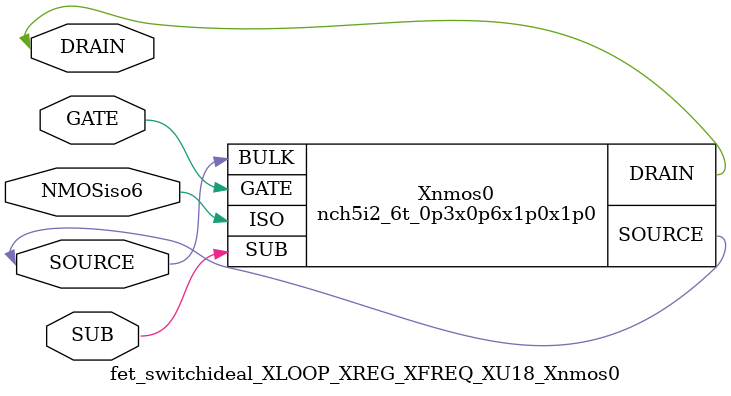
<source format=v>

module nch5i2_6t_0p3x0p6x1p0x1p0 (DRAIN,GATE,SOURCE,ISO,BULK,SUB);
input GATE;
input ISO;
input BULK;
input SUB;
inout SOURCE;
inout DRAIN;
endmodule

//Celera Confidential Do Not Copy fet_switchideal_XLOOP_XREG_XFREQ_XU18_Xnmos0
//Celera Confidential Symbol Generator
//signal NMOS:Ron:10000 Ohm
//Vgs 6V Vds 6V
//Kelvin:no
module fet_switchideal_XLOOP_XREG_XFREQ_XU18_Xnmos0 (GATE,SOURCE,DRAIN,NMOSiso6,SUB);
input GATE;
inout SOURCE;
inout DRAIN;
input SUB;
input NMOSiso6;

//Celera Confidential Do Not Copy nch5i2_6t_0p3x0p6x1p0x1p0
nch5i2_6t_0p3x0p6x1p0x1p0 Xnmos0(
.DRAIN (DRAIN),
.GATE (GATE),
.SOURCE (SOURCE),
.ISO (NMOSiso6),
.BULK (SOURCE),
.SUB (SUB)
);
//,diesize,nch5i2_6t_0p3x0p6x1p0x1p0

//Celera Confidential Do Not Copy Module End
//Celera Schematic Generator
endmodule

</source>
